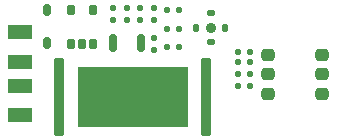
<source format=gbp>
G04*
G04 #@! TF.GenerationSoftware,Altium Limited,Altium Designer,21.6.4 (81)*
G04*
G04 Layer_Color=128*
%FSLAX24Y24*%
%MOIN*%
G70*
G04*
G04 #@! TF.SameCoordinates,18F95803-63CF-49D0-9880-B3B199DA49BA*
G04*
G04*
G04 #@! TF.FilePolarity,Positive*
G04*
G01*
G75*
G04:AMPARAMS|DCode=28|XSize=20mil|YSize=20mil|CornerRadius=5mil|HoleSize=0mil|Usage=FLASHONLY|Rotation=180.000|XOffset=0mil|YOffset=0mil|HoleType=Round|Shape=RoundedRectangle|*
%AMROUNDEDRECTD28*
21,1,0.0200,0.0100,0,0,180.0*
21,1,0.0100,0.0200,0,0,180.0*
1,1,0.0100,-0.0050,0.0050*
1,1,0.0100,0.0050,0.0050*
1,1,0.0100,0.0050,-0.0050*
1,1,0.0100,-0.0050,-0.0050*
%
%ADD28ROUNDEDRECTD28*%
G04:AMPARAMS|DCode=29|XSize=20mil|YSize=20mil|CornerRadius=5mil|HoleSize=0mil|Usage=FLASHONLY|Rotation=270.000|XOffset=0mil|YOffset=0mil|HoleType=Round|Shape=RoundedRectangle|*
%AMROUNDEDRECTD29*
21,1,0.0200,0.0100,0,0,270.0*
21,1,0.0100,0.0200,0,0,270.0*
1,1,0.0100,-0.0050,-0.0050*
1,1,0.0100,-0.0050,0.0050*
1,1,0.0100,0.0050,0.0050*
1,1,0.0100,0.0050,-0.0050*
%
%ADD29ROUNDEDRECTD29*%
G04:AMPARAMS|DCode=37|XSize=23.6mil|YSize=35mil|CornerRadius=5.9mil|HoleSize=0mil|Usage=FLASHONLY|Rotation=180.000|XOffset=0mil|YOffset=0mil|HoleType=Round|Shape=RoundedRectangle|*
%AMROUNDEDRECTD37*
21,1,0.0236,0.0232,0,0,180.0*
21,1,0.0118,0.0350,0,0,180.0*
1,1,0.0118,-0.0059,0.0116*
1,1,0.0118,0.0059,0.0116*
1,1,0.0118,0.0059,-0.0116*
1,1,0.0118,-0.0059,-0.0116*
%
%ADD37ROUNDEDRECTD37*%
%ADD64R,0.0787X0.0472*%
G04:AMPARAMS|DCode=65|XSize=25mil|YSize=40mil|CornerRadius=6.3mil|HoleSize=0mil|Usage=FLASHONLY|Rotation=0.000|XOffset=0mil|YOffset=0mil|HoleType=Round|Shape=RoundedRectangle|*
%AMROUNDEDRECTD65*
21,1,0.0250,0.0275,0,0,0.0*
21,1,0.0125,0.0400,0,0,0.0*
1,1,0.0125,0.0063,-0.0138*
1,1,0.0125,-0.0063,-0.0138*
1,1,0.0125,-0.0063,0.0138*
1,1,0.0125,0.0063,0.0138*
%
%ADD65ROUNDEDRECTD65*%
%ADD66R,0.3700X0.2000*%
G04:AMPARAMS|DCode=67|XSize=260mil|YSize=35mil|CornerRadius=8.8mil|HoleSize=0mil|Usage=FLASHONLY|Rotation=90.000|XOffset=0mil|YOffset=0mil|HoleType=Round|Shape=RoundedRectangle|*
%AMROUNDEDRECTD67*
21,1,0.2600,0.0175,0,0,90.0*
21,1,0.2425,0.0350,0,0,90.0*
1,1,0.0175,0.0088,0.1213*
1,1,0.0175,0.0088,-0.1213*
1,1,0.0175,-0.0088,-0.1213*
1,1,0.0175,-0.0088,0.1213*
%
%ADD67ROUNDEDRECTD67*%
G04:AMPARAMS|DCode=68|XSize=27.6mil|YSize=59.1mil|CornerRadius=6.9mil|HoleSize=0mil|Usage=FLASHONLY|Rotation=0.000|XOffset=0mil|YOffset=0mil|HoleType=Round|Shape=RoundedRectangle|*
%AMROUNDEDRECTD68*
21,1,0.0276,0.0453,0,0,0.0*
21,1,0.0138,0.0591,0,0,0.0*
1,1,0.0138,0.0069,-0.0226*
1,1,0.0138,-0.0069,-0.0226*
1,1,0.0138,-0.0069,0.0226*
1,1,0.0138,0.0069,0.0226*
%
%ADD68ROUNDEDRECTD68*%
G04:AMPARAMS|DCode=69|XSize=44mil|YSize=40mil|CornerRadius=10mil|HoleSize=0mil|Usage=FLASHONLY|Rotation=0.000|XOffset=0mil|YOffset=0mil|HoleType=Round|Shape=RoundedRectangle|*
%AMROUNDEDRECTD69*
21,1,0.0440,0.0200,0,0,0.0*
21,1,0.0240,0.0400,0,0,0.0*
1,1,0.0200,0.0120,-0.0100*
1,1,0.0200,-0.0120,-0.0100*
1,1,0.0200,-0.0120,0.0100*
1,1,0.0200,0.0120,0.0100*
%
%ADD69ROUNDEDRECTD69*%
%ADD70C,0.0354*%
G04:AMPARAMS|DCode=71|XSize=17.7mil|YSize=29.5mil|CornerRadius=4.4mil|HoleSize=0mil|Usage=FLASHONLY|Rotation=90.000|XOffset=0mil|YOffset=0mil|HoleType=Round|Shape=RoundedRectangle|*
%AMROUNDEDRECTD71*
21,1,0.0177,0.0207,0,0,90.0*
21,1,0.0089,0.0295,0,0,90.0*
1,1,0.0089,0.0103,0.0044*
1,1,0.0089,0.0103,-0.0044*
1,1,0.0089,-0.0103,-0.0044*
1,1,0.0089,-0.0103,0.0044*
%
%ADD71ROUNDEDRECTD71*%
G04:AMPARAMS|DCode=72|XSize=17.7mil|YSize=29.5mil|CornerRadius=4.4mil|HoleSize=0mil|Usage=FLASHONLY|Rotation=0.000|XOffset=0mil|YOffset=0mil|HoleType=Round|Shape=RoundedRectangle|*
%AMROUNDEDRECTD72*
21,1,0.0177,0.0207,0,0,0.0*
21,1,0.0089,0.0295,0,0,0.0*
1,1,0.0089,0.0044,-0.0103*
1,1,0.0089,-0.0044,-0.0103*
1,1,0.0089,-0.0044,0.0103*
1,1,0.0089,0.0044,0.0103*
%
%ADD72ROUNDEDRECTD72*%
D28*
X16400Y14500D02*
D03*
Y14900D02*
D03*
Y13900D02*
D03*
Y13500D02*
D03*
X15050Y14500D02*
D03*
Y14900D02*
D03*
X15500D02*
D03*
Y14500D02*
D03*
X15950D02*
D03*
Y14900D02*
D03*
D29*
X16850Y14850D02*
D03*
X17250D02*
D03*
Y13600D02*
D03*
X16850D02*
D03*
Y14200D02*
D03*
X17250D02*
D03*
X19200Y13450D02*
D03*
X19600D02*
D03*
X19200Y12700D02*
D03*
X19600D02*
D03*
X19200Y12300D02*
D03*
X19600D02*
D03*
X19200Y13100D02*
D03*
X19600D02*
D03*
D37*
X13626Y13709D02*
D03*
X14000D02*
D03*
X14374D02*
D03*
Y14849D02*
D03*
X13626D02*
D03*
D64*
X11930Y14090D02*
D03*
Y13110D02*
D03*
Y12310D02*
D03*
Y11340D02*
D03*
D65*
X12850Y13750D02*
D03*
Y14850D02*
D03*
D66*
X15700Y11950D02*
D03*
D67*
X18150D02*
D03*
X13250D02*
D03*
D68*
X15047Y13750D02*
D03*
X15953D02*
D03*
D69*
X20200Y12050D02*
D03*
Y13350D02*
D03*
X22000D02*
D03*
Y12050D02*
D03*
X20200Y12700D02*
D03*
X22000D02*
D03*
D70*
X18300Y14250D02*
D03*
D71*
X18300Y14732D02*
D03*
Y13769D02*
D03*
D72*
X17818Y14250D02*
D03*
X18781D02*
D03*
M02*

</source>
